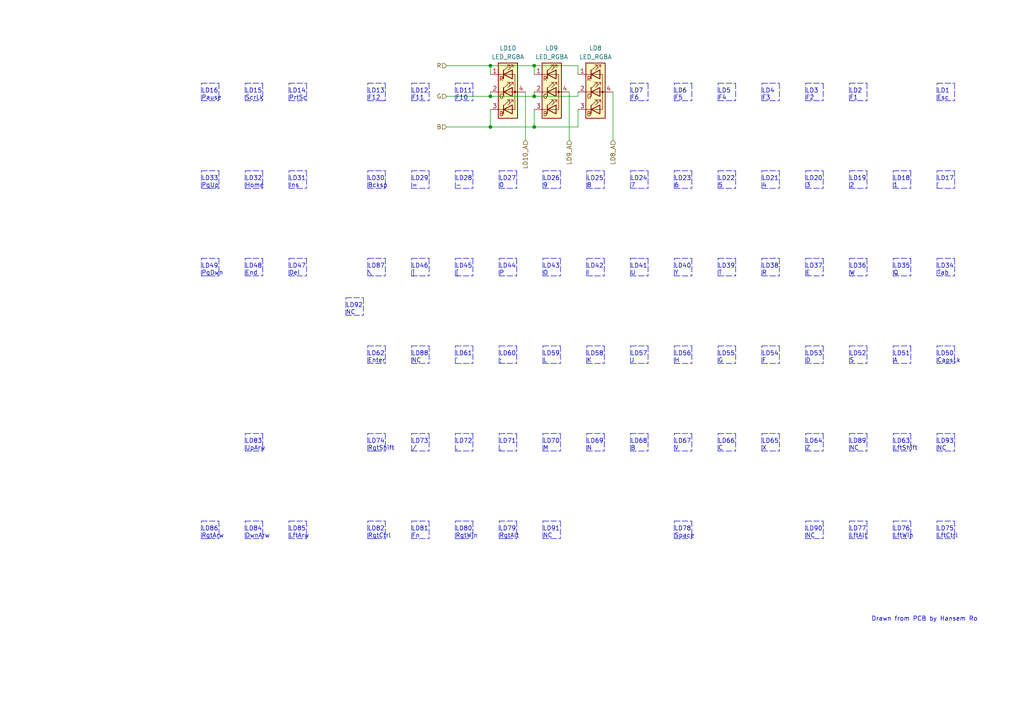
<source format=kicad_sch>
(kicad_sch (version 20211123) (generator eeschema)
  (paper "A4")
  (lib_symbols
    (symbol "Device:LED_RGBA" (pin_names (offset 0) hide)
      (property "Reference" "D" (at 0 9.398 0))
      (property "Value" "LED_RGBA" (at 0 -8.89 0))
      (symbol "LED_RGBA_0_0"
        (text "B" (at -1.905 -6.35 0) (effects (font (size 1.27 1.27))))
        (text "G" (at -1.905 -1.27 0) (effects (font (size 1.27 1.27))))
        (text "R" (at -1.905 3.81 0) (effects (font (size 1.27 1.27))))
      )
      (symbol "LED_RGBA_0_1"
        (polyline (pts (xy -1.27 -5.08) (xy -2.54 -5.08)))
        (polyline (pts (xy -1.27 -5.08) (xy 1.27 -5.08)))
        (polyline (pts (xy -1.27 -3.81) (xy -1.27 -6.35)) (stroke (width 0.254)))
        (polyline (pts (xy -1.27 0) (xy -2.54 0)))
        (polyline (pts (xy -1.27 1.27) (xy -1.27 -1.27)) (stroke (width 0.254)))
        (polyline (pts (xy -1.27 5.08) (xy -2.54 5.08)))
        (polyline (pts (xy -1.27 5.08) (xy 1.27 5.08)))
        (polyline (pts (xy -1.27 6.35) (xy -1.27 3.81)) (stroke (width 0.254)))
        (polyline (pts (xy 1.27 0) (xy -1.27 0)))
        (polyline (pts (xy 1.27 0) (xy 2.54 0)))
        (polyline (pts (xy -1.27 1.27) (xy -1.27 -1.27) (xy -1.27 -1.27)))
        (polyline (pts (xy -1.27 6.35) (xy -1.27 3.81) (xy -1.27 3.81)))
        (polyline (pts (xy 1.27 -5.08) (xy 2.032 -5.08) (xy 2.032 5.08) (xy 1.27 5.08)))
        (polyline (pts (xy 1.27 -3.81) (xy 1.27 -6.35) (xy -1.27 -5.08) (xy 1.27 -3.81)) (stroke (width 0.254)))
        (polyline (pts (xy 1.27 1.27) (xy 1.27 -1.27) (xy -1.27 0) (xy 1.27 1.27)) (stroke (width 0.254)))
        (polyline (pts (xy 1.27 6.35) (xy 1.27 3.81) (xy -1.27 5.08) (xy 1.27 6.35)) (stroke (width 0.254)))
        (polyline (pts (xy -1.016 -3.81) (xy 0.508 -2.286) (xy -0.254 -2.286) (xy 0.508 -2.286) (xy 0.508 -3.048)))
        (polyline (pts (xy -1.016 1.27) (xy 0.508 2.794) (xy -0.254 2.794) (xy 0.508 2.794) (xy 0.508 2.032)))
        (polyline (pts (xy -1.016 6.35) (xy 0.508 7.874) (xy -0.254 7.874) (xy 0.508 7.874) (xy 0.508 7.112)))
        (polyline (pts (xy 0 -3.81) (xy 1.524 -2.286) (xy 0.762 -2.286) (xy 1.524 -2.286) (xy 1.524 -3.048)))
        (polyline (pts (xy 0 1.27) (xy 1.524 2.794) (xy 0.762 2.794) (xy 1.524 2.794) (xy 1.524 2.032)))
        (polyline (pts (xy 0 6.35) (xy 1.524 7.874) (xy 0.762 7.874) (xy 1.524 7.874) (xy 1.524 7.112)))
        (rectangle (start 1.27 -1.27) (end 1.27 1.27))
        (rectangle (start 1.27 1.27) (end 1.27 1.27))
        (rectangle (start 1.27 3.81) (end 1.27 6.35))
        (rectangle (start 1.27 6.35) (end 1.27 6.35))
        (circle (center 2.032 0) (radius 0.254) (fill (type outline)))
        (rectangle (start 2.794 8.382) (end -2.794 -7.62) (stroke (width 0.254)) (fill (type background)))
      )
      (symbol "LED_RGBA_1_1"
        (pin passive line (at -5.08 5.08 0) (length 2.54) (name "RK") (number "1"))
        (pin passive line (at -5.08 0 0) (length 2.54) (name "GK") (number "2"))
        (pin passive line (at -5.08 -5.08 0) (length 2.54) (name "BK") (number "3"))
        (pin passive line (at 5.08 0 180) (length 2.54) (name "A") (number "4"))
      )
    )
  )
  (junction (at 154.94 27.94))
  (junction (at 142.24 19.05))
  (junction (at 154.94 36.83))
  (junction (at 142.24 36.83))
  (junction (at 154.94 19.05))
  (junction (at 142.24 27.94))
  (polyline (pts (xy 187.96 74.93) (xy 187.96 80.01)))
  (polyline (pts (xy 233.68 100.33) (xy 238.76 100.33)))
  (polyline (pts (xy 144.78 80.01) (xy 144.78 74.93)))
  (polyline (pts (xy 233.68 54.61) (xy 238.76 54.61)))
  (polyline (pts (xy 175.26 100.33) (xy 175.26 105.41)))
  (polyline (pts (xy 264.16 125.73) (xy 264.16 130.81)))
  (polyline (pts (xy 271.78 54.61) (xy 271.78 49.53)))
  (polyline (pts (xy 187.96 24.13) (xy 187.96 29.21)))
  (polyline (pts (xy 157.48 105.41) (xy 157.48 100.33)))
  (polyline (pts (xy 83.82 29.21) (xy 88.9 29.21)))
  (polyline (pts (xy 88.9 24.13) (xy 88.9 29.21)))
  (polyline (pts (xy 182.88 80.01) (xy 182.88 74.93)))
  (polyline (pts (xy 200.66 49.53) (xy 200.66 54.61)))
  (polyline (pts (xy 195.58 125.73) (xy 200.66 125.73)))
  (polyline (pts (xy 83.82 156.21) (xy 83.82 151.13)))
  (polyline (pts (xy 170.18 100.33) (xy 175.26 100.33)))
  (polyline (pts (xy 259.08 156.21) (xy 259.08 151.13)))
  (polyline (pts (xy 246.38 80.01) (xy 246.38 74.93)))
  (polyline (pts (xy 170.18 74.93) (xy 175.26 74.93)))
  (polyline (pts (xy 251.46 125.73) (xy 251.46 130.81)))
  (polyline (pts (xy 195.58 80.01) (xy 200.66 80.01)))
  (polyline (pts (xy 213.36 24.13) (xy 213.36 29.21)))
  (wire (pts (xy 165.1 26.67) (xy 165.1 40.64)))
  (polyline (pts (xy 264.16 49.53) (xy 264.16 54.61)))
  (polyline (pts (xy 157.48 105.41) (xy 162.56 105.41)))
  (wire (pts (xy 129.54 36.83) (xy 142.24 36.83)))
  (polyline (pts (xy 157.48 156.21) (xy 162.56 156.21)))
  (wire (pts (xy 154.94 27.94) (xy 154.94 26.67)))
  (polyline (pts (xy 83.82 29.21) (xy 83.82 24.13)))
  (polyline (pts (xy 106.68 24.13) (xy 111.76 24.13)))
  (polyline (pts (xy 195.58 105.41) (xy 200.66 105.41)))
  (polyline (pts (xy 170.18 54.61) (xy 175.26 54.61)))
  (polyline (pts (xy 119.38 130.81) (xy 119.38 125.73)))
  (wire (pts (xy 167.64 19.05) (xy 167.64 21.59)))
  (polyline (pts (xy 271.78 105.41) (xy 271.78 100.33)))
  (polyline (pts (xy 182.88 105.41) (xy 182.88 100.33)))
  (polyline (pts (xy 220.98 74.93) (xy 226.06 74.93)))
  (polyline (pts (xy 170.18 130.81) (xy 170.18 125.73)))
  (polyline (pts (xy 246.38 130.81) (xy 246.38 125.73)))
  (polyline (pts (xy 182.88 125.73) (xy 187.96 125.73)))
  (polyline (pts (xy 195.58 156.21) (xy 200.66 156.21)))
  (polyline (pts (xy 246.38 54.61) (xy 246.38 49.53)))
  (polyline (pts (xy 238.76 49.53) (xy 238.76 54.61)))
  (polyline (pts (xy 144.78 105.41) (xy 149.86 105.41)))
  (polyline (pts (xy 63.5 74.93) (xy 63.5 80.01)))
  (polyline (pts (xy 119.38 100.33) (xy 124.46 100.33)))
  (polyline (pts (xy 144.78 80.01) (xy 149.86 80.01)))
  (polyline (pts (xy 149.86 125.73) (xy 149.86 130.81)))
  (polyline (pts (xy 233.68 80.01) (xy 233.68 74.93)))
  (polyline (pts (xy 106.68 80.01) (xy 106.68 74.93)))
  (polyline (pts (xy 119.38 49.53) (xy 124.46 49.53)))
  (wire (pts (xy 154.94 19.05) (xy 154.94 21.59)))
  (polyline (pts (xy 132.08 130.81) (xy 137.16 130.81)))
  (polyline (pts (xy 208.28 100.33) (xy 213.36 100.33)))
  (polyline (pts (xy 137.16 74.93) (xy 137.16 80.01)))
  (polyline (pts (xy 220.98 105.41) (xy 220.98 100.33)))
  (polyline (pts (xy 71.12 80.01) (xy 71.12 74.93)))
  (polyline (pts (xy 124.46 74.93) (xy 124.46 80.01)))
  (polyline (pts (xy 233.68 156.21) (xy 233.68 151.13)))
  (wire (pts (xy 152.4 26.67) (xy 152.4 40.64)))
  (polyline (pts (xy 233.68 105.41) (xy 238.76 105.41)))
  (polyline (pts (xy 259.08 151.13) (xy 264.16 151.13)))
  (wire (pts (xy 142.24 36.83) (xy 154.94 36.83)))
  (polyline (pts (xy 195.58 29.21) (xy 200.66 29.21)))
  (polyline (pts (xy 157.48 80.01) (xy 157.48 74.93)))
  (polyline (pts (xy 157.48 125.73) (xy 162.56 125.73)))
  (polyline (pts (xy 259.08 80.01) (xy 259.08 74.93)))
  (polyline (pts (xy 124.46 151.13) (xy 124.46 156.21)))
  (wire (pts (xy 154.94 19.05) (xy 167.64 19.05)))
  (polyline (pts (xy 71.12 156.21) (xy 76.2 156.21)))
  (polyline (pts (xy 144.78 49.53) (xy 149.86 49.53)))
  (polyline (pts (xy 83.82 80.01) (xy 83.82 74.93)))
  (polyline (pts (xy 58.42 24.13) (xy 63.5 24.13)))
  (polyline (pts (xy 144.78 105.41) (xy 144.78 100.33)))
  (polyline (pts (xy 137.16 125.73) (xy 137.16 130.81)))
  (polyline (pts (xy 119.38 125.73) (xy 124.46 125.73)))
  (polyline (pts (xy 132.08 74.93) (xy 137.16 74.93)))
  (polyline (pts (xy 170.18 80.01) (xy 175.26 80.01)))
  (polyline (pts (xy 119.38 151.13) (xy 124.46 151.13)))
  (polyline (pts (xy 71.12 24.13) (xy 76.2 24.13)))
  (polyline (pts (xy 238.76 74.93) (xy 238.76 80.01)))
  (wire (pts (xy 129.54 27.94) (xy 142.24 27.94)))
  (polyline (pts (xy 162.56 151.13) (xy 162.56 156.21)))
  (polyline (pts (xy 195.58 130.81) (xy 200.66 130.81)))
  (polyline (pts (xy 111.76 24.13) (xy 111.76 29.21)))
  (wire (pts (xy 142.24 19.05) (xy 154.94 19.05)))
  (polyline (pts (xy 119.38 29.21) (xy 124.46 29.21)))
  (polyline (pts (xy 170.18 54.61) (xy 170.18 49.53)))
  (polyline (pts (xy 63.5 49.53) (xy 63.5 54.61)))
  (polyline (pts (xy 71.12 74.93) (xy 76.2 74.93)))
  (polyline (pts (xy 157.48 54.61) (xy 157.48 49.53)))
  (polyline (pts (xy 195.58 49.53) (xy 200.66 49.53)))
  (polyline (pts (xy 220.98 105.41) (xy 226.06 105.41)))
  (polyline (pts (xy 259.08 49.53) (xy 264.16 49.53)))
  (polyline (pts (xy 170.18 105.41) (xy 175.26 105.41)))
  (polyline (pts (xy 71.12 80.01) (xy 76.2 80.01)))
  (polyline (pts (xy 71.12 54.61) (xy 76.2 54.61)))
  (polyline (pts (xy 208.28 54.61) (xy 213.36 54.61)))
  (polyline (pts (xy 208.28 49.53) (xy 213.36 49.53)))
  (polyline (pts (xy 271.78 125.73) (xy 276.86 125.73)))
  (polyline (pts (xy 111.76 151.13) (xy 111.76 156.21)))
  (polyline (pts (xy 132.08 151.13) (xy 137.16 151.13)))
  (polyline (pts (xy 182.88 29.21) (xy 182.88 24.13)))
  (polyline (pts (xy 200.66 151.13) (xy 200.66 156.21)))
  (polyline (pts (xy 157.48 74.93) (xy 162.56 74.93)))
  (polyline (pts (xy 132.08 80.01) (xy 132.08 74.93)))
  (polyline (pts (xy 83.82 24.13) (xy 88.9 24.13)))
  (polyline (pts (xy 233.68 80.01) (xy 238.76 80.01)))
  (polyline (pts (xy 195.58 29.21) (xy 195.58 24.13)))
  (polyline (pts (xy 162.56 125.73) (xy 162.56 130.81)))
  (polyline (pts (xy 246.38 54.61) (xy 251.46 54.61)))
  (polyline (pts (xy 246.38 100.33) (xy 251.46 100.33)))
  (polyline (pts (xy 144.78 54.61) (xy 149.86 54.61)))
  (polyline (pts (xy 182.88 80.01) (xy 187.96 80.01)))
  (polyline (pts (xy 132.08 29.21) (xy 137.16 29.21)))
  (polyline (pts (xy 220.98 24.13) (xy 226.06 24.13)))
  (polyline (pts (xy 106.68 130.81) (xy 106.68 125.73)))
  (polyline (pts (xy 119.38 156.21) (xy 119.38 151.13)))
  (polyline (pts (xy 271.78 105.41) (xy 276.86 105.41)))
  (polyline (pts (xy 246.38 49.53) (xy 251.46 49.53)))
  (polyline (pts (xy 226.06 100.33) (xy 226.06 105.41)))
  (polyline (pts (xy 259.08 54.61) (xy 264.16 54.61)))
  (polyline (pts (xy 271.78 29.21) (xy 271.78 24.13)))
  (wire (pts (xy 167.64 27.94) (xy 167.64 26.67)))
  (polyline (pts (xy 238.76 24.13) (xy 238.76 29.21)))
  (polyline (pts (xy 83.82 49.53) (xy 88.9 49.53)))
  (polyline (pts (xy 63.5 24.13) (xy 63.5 29.21)))
  (polyline (pts (xy 149.86 100.33) (xy 149.86 105.41)))
  (polyline (pts (xy 246.38 156.21) (xy 246.38 151.13)))
  (polyline (pts (xy 132.08 29.21) (xy 132.08 24.13)))
  (polyline (pts (xy 251.46 151.13) (xy 251.46 156.21)))
  (polyline (pts (xy 220.98 80.01) (xy 226.06 80.01)))
  (polyline (pts (xy 71.12 29.21) (xy 71.12 24.13)))
  (polyline (pts (xy 58.42 29.21) (xy 63.5 29.21)))
  (polyline (pts (xy 144.78 125.73) (xy 149.86 125.73)))
  (polyline (pts (xy 132.08 54.61) (xy 137.16 54.61)))
  (polyline (pts (xy 182.88 54.61) (xy 182.88 49.53)))
  (polyline (pts (xy 170.18 125.73) (xy 175.26 125.73)))
  (polyline (pts (xy 76.2 24.13) (xy 76.2 29.21)))
  (polyline (pts (xy 175.26 125.73) (xy 175.26 130.81)))
  (polyline (pts (xy 259.08 125.73) (xy 264.16 125.73)))
  (polyline (pts (xy 106.68 105.41) (xy 111.76 105.41)))
  (polyline (pts (xy 162.56 49.53) (xy 162.56 54.61)))
  (polyline (pts (xy 220.98 29.21) (xy 220.98 24.13)))
  (polyline (pts (xy 106.68 156.21) (xy 111.76 156.21)))
  (polyline (pts (xy 106.68 80.01) (xy 111.76 80.01)))
  (wire (pts (xy 142.24 26.67) (xy 142.24 27.94)))
  (polyline (pts (xy 233.68 105.41) (xy 233.68 100.33)))
  (polyline (pts (xy 157.48 80.01) (xy 162.56 80.01)))
  (polyline (pts (xy 233.68 29.21) (xy 233.68 24.13)))
  (polyline (pts (xy 195.58 24.13) (xy 200.66 24.13)))
  (polyline (pts (xy 58.42 29.21) (xy 58.42 24.13)))
  (polyline (pts (xy 144.78 151.13) (xy 149.86 151.13)))
  (polyline (pts (xy 200.66 74.93) (xy 200.66 80.01)))
  (polyline (pts (xy 246.38 29.21) (xy 246.38 24.13)))
  (polyline (pts (xy 208.28 24.13) (xy 213.36 24.13)))
  (polyline (pts (xy 58.42 54.61) (xy 58.42 49.53)))
  (polyline (pts (xy 144.78 156.21) (xy 144.78 151.13)))
  (wire (pts (xy 177.8 26.67) (xy 177.8 40.64)))
  (polyline (pts (xy 195.58 74.93) (xy 200.66 74.93)))
  (polyline (pts (xy 195.58 54.61) (xy 200.66 54.61)))
  (polyline (pts (xy 170.18 49.53) (xy 175.26 49.53)))
  (polyline (pts (xy 149.86 151.13) (xy 149.86 156.21)))
  (polyline (pts (xy 124.46 125.73) (xy 124.46 130.81)))
  (polyline (pts (xy 271.78 100.33) (xy 276.86 100.33)))
  (wire (pts (xy 129.54 19.05) (xy 142.24 19.05)))
  (polyline (pts (xy 200.66 125.73) (xy 200.66 130.81)))
  (polyline (pts (xy 271.78 49.53) (xy 276.86 49.53)))
  (polyline (pts (xy 175.26 74.93) (xy 175.26 80.01)))
  (polyline (pts (xy 276.86 24.13) (xy 276.86 29.21)))
  (polyline (pts (xy 276.86 49.53) (xy 276.86 54.61)))
  (polyline (pts (xy 220.98 29.21) (xy 226.06 29.21)))
  (polyline (pts (xy 157.48 151.13) (xy 162.56 151.13)))
  (polyline (pts (xy 208.28 125.73) (xy 213.36 125.73)))
  (polyline (pts (xy 132.08 24.13) (xy 137.16 24.13)))
  (polyline (pts (xy 226.06 125.73) (xy 226.06 130.81)))
  (polyline (pts (xy 264.16 100.33) (xy 264.16 105.41)))
  (polyline (pts (xy 157.48 54.61) (xy 162.56 54.61)))
  (polyline (pts (xy 58.42 80.01) (xy 58.42 74.93)))
  (polyline (pts (xy 132.08 80.01) (xy 137.16 80.01)))
  (polyline (pts (xy 195.58 130.81) (xy 195.58 125.73)))
  (polyline (pts (xy 246.38 24.13) (xy 251.46 24.13)))
  (polyline (pts (xy 200.66 100.33) (xy 200.66 105.41)))
  (polyline (pts (xy 157.48 100.33) (xy 162.56 100.33)))
  (polyline (pts (xy 149.86 74.93) (xy 149.86 80.01)))
  (polyline (pts (xy 195.58 80.01) (xy 195.58 74.93)))
  (polyline (pts (xy 88.9 151.13) (xy 88.9 156.21)))
  (polyline (pts (xy 71.12 49.53) (xy 76.2 49.53)))
  (polyline (pts (xy 271.78 80.01) (xy 276.86 80.01)))
  (polyline (pts (xy 276.86 151.13) (xy 276.86 156.21)))
  (polyline (pts (xy 83.82 156.21) (xy 88.9 156.21)))
  (wire (pts (xy 154.94 36.83) (xy 154.94 31.75)))
  (wire (pts (xy 154.94 27.94) (xy 167.64 27.94)))
  (polyline (pts (xy 144.78 130.81) (xy 144.78 125.73)))
  (polyline (pts (xy 251.46 49.53) (xy 251.46 54.61)))
  (polyline (pts (xy 144.78 130.81) (xy 149.86 130.81)))
  (polyline (pts (xy 71.12 130.81) (xy 76.2 130.81)))
  (polyline (pts (xy 106.68 100.33) (xy 111.76 100.33)))
  (polyline (pts (xy 83.82 80.01) (xy 88.9 80.01)))
  (polyline (pts (xy 119.38 74.93) (xy 124.46 74.93)))
  (wire (pts (xy 142.24 31.75) (xy 142.24 36.83)))
  (polyline (pts (xy 208.28 54.61) (xy 208.28 49.53)))
  (polyline (pts (xy 111.76 29.21) (xy 110.49 29.21)))
  (polyline (pts (xy 276.86 125.73) (xy 276.86 130.81)))
  (polyline (pts (xy 213.36 49.53) (xy 213.36 54.61)))
  (polyline (pts (xy 226.06 74.93) (xy 226.06 80.01)))
  (polyline (pts (xy 119.38 54.61) (xy 124.46 54.61)))
  (wire (pts (xy 167.64 36.83) (xy 167.64 31.75)))
  (polyline (pts (xy 106.68 54.61) (xy 111.76 54.61)))
  (polyline (pts (xy 182.88 49.53) (xy 187.96 49.53)))
  (polyline (pts (xy 76.2 125.73) (xy 76.2 130.81)))
  (polyline (pts (xy 106.68 151.13) (xy 111.76 151.13)))
  (polyline (pts (xy 132.08 130.81) (xy 132.08 125.73)))
  (polyline (pts (xy 264.16 151.13) (xy 264.16 156.21)))
  (polyline (pts (xy 208.28 105.41) (xy 213.36 105.41)))
  (polyline (pts (xy 119.38 80.01) (xy 119.38 74.93)))
  (polyline (pts (xy 259.08 80.01) (xy 264.16 80.01)))
  (polyline (pts (xy 233.68 49.53) (xy 238.76 49.53)))
  (polyline (pts (xy 119.38 80.01) (xy 124.46 80.01)))
  (polyline (pts (xy 119.38 156.21) (xy 124.46 156.21)))
  (polyline (pts (xy 119.38 105.41) (xy 124.46 105.41)))
  (polyline (pts (xy 246.38 105.41) (xy 246.38 100.33)))
  (polyline (pts (xy 106.68 156.21) (xy 106.68 151.13)))
  (polyline (pts (xy 58.42 74.93) (xy 63.5 74.93)))
  (polyline (pts (xy 100.33 91.44) (xy 100.33 86.36)))
  (polyline (pts (xy 246.38 80.01) (xy 251.46 80.01)))
  (polyline (pts (xy 71.12 130.81) (xy 71.12 125.73)))
  (polyline (pts (xy 83.82 54.61) (xy 83.82 49.53)))
  (polyline (pts (xy 220.98 125.73) (xy 226.06 125.73)))
  (polyline (pts (xy 208.28 130.81) (xy 213.36 130.81)))
  (polyline (pts (xy 246.38 105.41) (xy 251.46 105.41)))
  (wire (pts (xy 142.24 27.94) (xy 154.94 27.94)))
  (polyline (pts (xy 111.76 49.53) (xy 111.76 54.61)))
  (polyline (pts (xy 271.78 24.13) (xy 276.86 24.13)))
  (polyline (pts (xy 144.78 156.21) (xy 149.86 156.21)))
  (polyline (pts (xy 175.26 49.53) (xy 175.26 54.61)))
  (polyline (pts (xy 233.68 54.61) (xy 233.68 49.53)))
  (polyline (pts (xy 100.33 86.36) (xy 105.41 86.36)))
  (polyline (pts (xy 76.2 151.13) (xy 76.2 156.21)))
  (polyline (pts (xy 132.08 156.21) (xy 132.08 151.13)))
  (polyline (pts (xy 132.08 100.33) (xy 137.16 100.33)))
  (polyline (pts (xy 182.88 130.81) (xy 187.96 130.81)))
  (polyline (pts (xy 182.88 29.21) (xy 187.96 29.21)))
  (polyline (pts (xy 259.08 100.33) (xy 264.16 100.33)))
  (polyline (pts (xy 132.08 105.41) (xy 137.16 105.41)))
  (polyline (pts (xy 220.98 54.61) (xy 220.98 49.53)))
  (polyline (pts (xy 195.58 54.61) (xy 195.58 49.53)))
  (polyline (pts (xy 276.86 100.33) (xy 276.86 105.41)))
  (wire (pts (xy 142.24 21.59) (xy 142.24 19.05)))
  (polyline (pts (xy 246.38 29.21) (xy 251.46 29.21)))
  (polyline (pts (xy 71.12 156.21) (xy 71.12 151.13)))
  (polyline (pts (xy 106.68 130.81) (xy 111.76 130.81)))
  (polyline (pts (xy 220.98 54.61) (xy 226.06 54.61)))
  (polyline (pts (xy 157.48 49.53) (xy 162.56 49.53)))
  (polyline (pts (xy 71.12 151.13) (xy 76.2 151.13)))
  (polyline (pts (xy 149.86 49.53) (xy 149.86 54.61)))
  (polyline (pts (xy 58.42 54.61) (xy 63.5 54.61)))
  (polyline (pts (xy 195.58 151.13) (xy 200.66 151.13)))
  (polyline (pts (xy 187.96 125.73) (xy 187.96 130.81)))
  (polyline (pts (xy 132.08 156.21) (xy 137.16 156.21)))
  (polyline (pts (xy 220.98 100.33) (xy 226.06 100.33)))
  (polyline (pts (xy 259.08 130.81) (xy 264.16 130.81)))
  (polyline (pts (xy 208.28 80.01) (xy 213.36 80.01)))
  (polyline (pts (xy 208.28 74.93) (xy 213.36 74.93)))
  (polyline (pts (xy 144.78 74.93) (xy 149.86 74.93)))
  (polyline (pts (xy 220.98 130.81) (xy 220.98 125.73)))
  (polyline (pts (xy 83.82 151.13) (xy 88.9 151.13)))
  (polyline (pts (xy 195.58 105.41) (xy 195.58 100.33)))
  (polyline (pts (xy 124.46 24.13) (xy 124.46 29.21)))
  (polyline (pts (xy 271.78 151.13) (xy 276.86 151.13)))
  (polyline (pts (xy 132.08 54.61) (xy 132.08 49.53)))
  (polyline (pts (xy 58.42 80.01) (xy 63.5 80.01)))
  (polyline (pts (xy 137.16 100.33) (xy 137.16 105.41)))
  (polyline (pts (xy 105.41 86.36) (xy 105.41 91.44)))
  (wire (pts (xy 154.94 36.83) (xy 167.64 36.83)))
  (polyline (pts (xy 137.16 49.53) (xy 137.16 54.61)))
  (polyline (pts (xy 144.78 100.33) (xy 149.86 100.33)))
  (polyline (pts (xy 213.36 74.93) (xy 213.36 80.01)))
  (polyline (pts (xy 259.08 105.41) (xy 259.08 100.33)))
  (polyline (pts (xy 182.88 74.93) (xy 187.96 74.93)))
  (polyline (pts (xy 259.08 74.93) (xy 264.16 74.93)))
  (polyline (pts (xy 132.08 125.73) (xy 137.16 125.73)))
  (polyline (pts (xy 119.38 24.13) (xy 124.46 24.13)))
  (polyline (pts (xy 246.38 125.73) (xy 251.46 125.73)))
  (polyline (pts (xy 58.42 151.13) (xy 63.5 151.13)))
  (polyline (pts (xy 106.68 49.53) (xy 111.76 49.53)))
  (polyline (pts (xy 162.56 74.93) (xy 162.56 80.01)))
  (polyline (pts (xy 251.46 74.93) (xy 251.46 80.01)))
  (polyline (pts (xy 233.68 130.81) (xy 233.68 125.73)))
  (polyline (pts (xy 58.42 156.21) (xy 58.42 151.13)))
  (polyline (pts (xy 144.78 54.61) (xy 144.78 49.53)))
  (polyline (pts (xy 259.08 105.41) (xy 264.16 105.41)))
  (polyline (pts (xy 76.2 74.93) (xy 76.2 80.01)))
  (polyline (pts (xy 88.9 74.93) (xy 88.9 80.01)))
  (polyline (pts (xy 182.88 54.61) (xy 187.96 54.61)))
  (polyline (pts (xy 170.18 105.41) (xy 170.18 100.33)))
  (polyline (pts (xy 246.38 156.21) (xy 251.46 156.21)))
  (polyline (pts (xy 182.88 130.81) (xy 182.88 125.73)))
  (polyline (pts (xy 119.38 105.41) (xy 119.38 100.33)))
  (polyline (pts (xy 119.38 130.81) (xy 124.46 130.81)))
  (polyline (pts (xy 195.58 100.33) (xy 200.66 100.33)))
  (polyline (pts (xy 137.16 151.13) (xy 137.16 156.21)))
  (polyline (pts (xy 220.98 49.53) (xy 226.06 49.53)))
  (polyline (pts (xy 208.28 130.81) (xy 208.28 125.73)))
  (polyline (pts (xy 157.48 130.81) (xy 162.56 130.81)))
  (polyline (pts (xy 106.68 74.93) (xy 111.76 74.93)))
  (polyline (pts (xy 271.78 54.61) (xy 276.86 54.61)))
  (polyline (pts (xy 170.18 130.81) (xy 175.26 130.81)))
  (polyline (pts (xy 251.46 24.13) (xy 251.46 29.21)))
  (polyline (pts (xy 233.68 156.21) (xy 238.76 156.21)))
  (polyline (pts (xy 76.2 49.53) (xy 76.2 54.61)))
  (polyline (pts (xy 233.68 130.81) (xy 238.76 130.81)))
  (polyline (pts (xy 271.78 156.21) (xy 271.78 151.13)))
  (polyline (pts (xy 119.38 54.61) (xy 119.38 49.53)))
  (polyline (pts (xy 182.88 100.33) (xy 187.96 100.33)))
  (polyline (pts (xy 271.78 156.21) (xy 276.86 156.21)))
  (polyline (pts (xy 208.28 29.21) (xy 213.36 29.21)))
  (polyline (pts (xy 213.36 100.33) (xy 213.36 105.41)))
  (polyline (pts (xy 111.76 100.33) (xy 111.76 105.41)))
  (polyline (pts (xy 220.98 130.81) (xy 226.06 130.81)))
  (polyline (pts (xy 195.58 156.21) (xy 195.58 151.13)))
  (polyline (pts (xy 246.38 130.81) (xy 251.46 130.81)))
  (polyline (pts (xy 271.78 74.93) (xy 276.86 74.93)))
  (polyline (pts (xy 124.46 100.33) (xy 124.46 105.41)))
  (polyline (pts (xy 83.82 54.61) (xy 88.9 54.61)))
  (polyline (pts (xy 106.68 29.21) (xy 111.76 29.21)))
  (polyline (pts (xy 200.66 24.13) (xy 200.66 29.21)))
  (polyline (pts (xy 233.68 151.13) (xy 238.76 151.13)))
  (polyline (pts (xy 233.68 74.93) (xy 238.76 74.93)))
  (polyline (pts (xy 187.96 100.33) (xy 187.96 105.41)))
  (polyline (pts (xy 271.78 130.81) (xy 271.78 125.73)))
  (polyline (pts (xy 88.9 49.53) (xy 88.9 54.61)))
  (polyline (pts (xy 71.12 125.73) (xy 76.2 125.73)))
  (polyline (pts (xy 100.33 91.44) (xy 105.41 91.44)))
  (polyline (pts (xy 71.12 54.61) (xy 71.12 49.53)))
  (polyline (pts (xy 233.68 24.13) (xy 238.76 24.13)))
  (polyline (pts (xy 271.78 29.21) (xy 276.86 29.21)))
  (polyline (pts (xy 259.08 54.61) (xy 259.08 49.53)))
  (polyline (pts (xy 71.12 29.21) (xy 76.2 29.21)))
  (polyline (pts (xy 106.68 29.21) (xy 106.68 24.13)))
  (polyline (pts (xy 187.96 49.53) (xy 187.96 54.61)))
  (polyline (pts (xy 233.68 125.73) (xy 238.76 125.73)))
  (polyline (pts (xy 137.16 24.13) (xy 137.16 29.21)))
  (polyline (pts (xy 111.76 74.93) (xy 111.76 80.01)))
  (polyline (pts (xy 259.08 130.81) (xy 259.08 125.73)))
  (polyline (pts (xy 106.68 105.41) (xy 106.68 100.33)))
  (polyline (pts (xy 251.46 100.33) (xy 251.46 105.41)))
  (polyline (pts (xy 106.68 54.61) (xy 106.68 49.53)))
  (polyline (pts (xy 132.08 105.41) (xy 132.08 100.33)))
  (polyline (pts (xy 238.76 151.13) (xy 238.76 156.21)))
  (polyline (pts (xy 238.76 100.33) (xy 238.76 105.41)))
  (polyline (pts (xy 63.5 151.13) (xy 63.5 156.21)))
  (polyline (pts (xy 208.28 105.41) (xy 208.28 100.33)))
  (polyline (pts (xy 226.06 49.53) (xy 226.06 54.61)))
  (polyline (pts (xy 111.76 125.73) (xy 111.76 130.81)))
  (polyline (pts (xy 271.78 80.01) (xy 271.78 74.93)))
  (polyline (pts (xy 220.98 80.01) (xy 220.98 74.93)))
  (polyline (pts (xy 271.78 130.81) (xy 276.86 130.81)))
  (polyline (pts (xy 276.86 74.93) (xy 276.86 80.01)))
  (polyline (pts (xy 58.42 49.53) (xy 63.5 49.53)))
  (polyline (pts (xy 213.36 125.73) (xy 213.36 130.81)))
  (polyline (pts (xy 226.06 24.13) (xy 226.06 29.21)))
  (polyline (pts (xy 170.18 80.01) (xy 170.18 74.93)))
  (polyline (pts (xy 264.16 74.93) (xy 264.16 80.01)))
  (polyline (pts (xy 246.38 74.93) (xy 251.46 74.93)))
  (polyline (pts (xy 157.48 156.21) (xy 157.48 151.13)))
  (polyline (pts (xy 238.76 125.73) (xy 238.76 130.81)))
  (polyline (pts (xy 132.08 49.53) (xy 137.16 49.53)))
  (polyline (pts (xy 233.68 29.21) (xy 238.76 29.21)))
  (polyline (pts (xy 182.88 105.41) (xy 187.96 105.41)))
  (polyline (pts (xy 208.28 29.21) (xy 208.28 24.13)))
  (polyline (pts (xy 83.82 74.93) (xy 88.9 74.93)))
  (polyline (pts (xy 124.46 49.53) (xy 124.46 54.61)))
  (polyline (pts (xy 157.48 130.81) (xy 157.48 125.73)))
  (polyline (pts (xy 208.28 80.01) (xy 208.28 74.93)))
  (polyline (pts (xy 119.38 29.21) (xy 119.38 24.13)))
  (polyline (pts (xy 106.68 125.73) (xy 111.76 125.73)))
  (polyline (pts (xy 162.56 100.33) (xy 162.56 105.41)))
  (polyline (pts (xy 58.42 156.21) (xy 63.5 156.21)))
  (polyline (pts (xy 246.38 151.13) (xy 251.46 151.13)))
  (polyline (pts (xy 259.08 156.21) (xy 264.16 156.21)))
  (polyline (pts (xy 182.88 24.13) (xy 187.96 24.13)))
  (text "LD3\nF2" (at 233.68 29.21 0) (effects (font (size 1.27 1.27)) (justify left bottom)))
  (text "LD37\nE" (at 233.68 80.01 0) (effects (font (size 1.27 1.27)) (justify left bottom)))
  (text "LD67\nV" (at 195.58 130.81 0) (effects (font (size 1.27 1.27)) (justify left bottom)))
  (text "LD13\nF12" (at 106.68 29.21 0) (effects (font (size 1.27 1.27)) (justify left bottom)))
  (text "LD62\nEnter" (at 106.68 105.41 0) (effects (font (size 1.27 1.27)) (justify left bottom)))
  (text "LD15\nScrLk" (at 71.12 29.21 0) (effects (font (size 1.27 1.27)) (justify left bottom)))
  (text "LD84\nDwnArw" (at 71.12 156.21 0) (effects (font (size 1.27 1.27)) (justify left bottom)))
  (text "LD45\n[" (at 132.08 80.01 0) (effects (font (size 1.27 1.27)) (justify left bottom)))
  (text "LD54\nF" (at 220.98 105.41 0) (effects (font (size 1.27 1.27)) (justify left bottom)))
  (text "LD92\nNC" (at 100.33 91.44 0) (effects (font (size 1.27 1.27)) (justify left bottom)))
  (text "LD81\nFn" (at 119.38 156.21 0) (effects (font (size 1.27 1.27)) (justify left bottom)))
  (text "LD2\nF1" (at 246.38 29.21 0) (effects (font (size 1.27 1.27)) (justify left bottom)))
  (text "LD79\nRgtAlt" (at 144.78 156.21 0) (effects (font (size 1.27 1.27)) (justify left bottom)))
  (text "LD78\nSpace" (at 195.58 156.21 0) (effects (font (size 1.27 1.27)) (justify left bottom)))
  (text "LD91\nNC" (at 157.48 156.21 0) (effects (font (size 1.27 1.27)) (justify left bottom)))
  (text "LD71\n," (at 144.78 130.81 0) (effects (font (size 1.27 1.27)) (justify left bottom)))
  (text "LD27\n0" (at 144.78 54.61 0) (effects (font (size 1.27 1.27)) (justify left bottom)))
  (text "LD89\nNC" (at 246.38 130.81 0) (effects (font (size 1.27 1.27)) (justify left bottom)))
  (text "LD17\n`" (at 271.78 54.61 0) (effects (font (size 1.27 1.27)) (justify left bottom)))
  (text "LD87\n\\" (at 106.68 80.01 0) (effects (font (size 1.27 1.27)) (justify left bottom)))
  (text "LD30\nBcksp" (at 106.68 54.61 0) (effects (font (size 1.27 1.27)) (justify left bottom)))
  (text "LD19\n2" (at 246.38 54.61 0) (effects (font (size 1.27 1.27)) (justify left bottom)))
  (text "LD1\nEsc" (at 271.78 29.21 0) (effects (font (size 1.27 1.27)) (justify left bottom)))
  (text "LD16\nPause" (at 58.42 29.21 0) (effects (font (size 1.27 1.27)) (justify left bottom)))
  (text "LD61\n'" (at 132.08 105.41 0) (effects (font (size 1.27 1.27)) (justify left bottom)))
  (text "LD38\nR" (at 220.98 80.01 0) (effects (font (size 1.27 1.27)) (justify left bottom)))
  (text "LD49\nPgDwn" (at 58.42 80.01 0) (effects (font (size 1.27 1.27)) (justify left bottom)))
  (text "LD5\nF4" (at 208.28 29.21 0) (effects (font (size 1.27 1.27)) (justify left bottom)))
  (text "LD35\nQ" (at 259.08 80.01 0) (effects (font (size 1.27 1.27)) (justify left bottom)))
  (text "LD24\n7" (at 182.88 54.61 0) (effects (font (size 1.27 1.27)) (justify left bottom)))
  (text "LD59\nL" (at 157.48 105.41 0) (effects (font (size 1.27 1.27)) (justify left bottom)))
  (text "LD77\nLftAlt" (at 246.38 156.21 0) (effects (font (size 1.27 1.27)) (justify left bottom)))
  (text "LD31\nIns" (at 83.82 54.61 0) (effects (font (size 1.27 1.27)) (justify left bottom)))
  (text "LD25\n8" (at 170.18 54.61 0) (effects (font (size 1.27 1.27)) (justify left bottom)))
  (text "LD76\nLftWin" (at 259.08 156.21 0) (effects (font (size 1.27 1.27)) (justify left bottom)))
  (text "LD73\n/" (at 119.38 130.81 0) (effects (font (size 1.27 1.27)) (justify left bottom)))
  (text "LD44\nP" (at 144.78 80.01 0) (effects (font (size 1.27 1.27)) (justify left bottom)))
  (text "LD63\nLftShift" (at 259.08 130.81 0) (effects (font (size 1.27 1.27)) (justify left bottom)))
  (text "LD50\nCapsLk" (at 271.78 105.41 0) (effects (font (size 1.27 1.27)) (justify left bottom)))
  (text "LD32\nHome" (at 71.12 54.61 0) (effects (font (size 1.27 1.27)) (justify left bottom)))
  (text "LD58\nK" (at 170.18 105.41 0) (effects (font (size 1.27 1.27)) (justify left bottom)))
  (text "LD86\nRgtArw" (at 58.42 156.21 0) (effects (font (size 1.27 1.27)) (justify left bottom)))
  (text "LD12\nF11" (at 119.38 29.21 0) (effects (font (size 1.27 1.27)) (justify left bottom)))
  (text "LD21\n4" (at 220.98 54.61 0) (effects (font (size 1.27 1.27)) (justify left bottom)))
  (text "LD83\nUpArw" (at 71.12 130.81 0) (effects (font (size 1.27 1.27)) (justify left bottom)))
  (text "LD88\nNC" (at 119.38 105.41 0) (effects (font (size 1.27 1.27)) (justify left bottom)))
  (text "LD11\nF10" (at 132.08 29.21 0) (effects (font (size 1.27 1.27)) (justify left bottom)))
  (text "LD65\nX" (at 220.98 130.81 0) (effects (font (size 1.27 1.27)) (justify left bottom)))
  (text "LD39\nT" (at 208.28 80.01 0) (effects (font (size 1.27 1.27)) (justify left bottom)))
  (text "LD69\nN" (at 170.18 130.81 0) (effects (font (size 1.27 1.27)) (justify left bottom)))
  (text "LD33\nPgUp" (at 58.42 54.61 0) (effects (font (size 1.27 1.27)) (justify left bottom)))
  (text "LD72\n." (at 132.08 130.81 0) (effects (font (size 1.27 1.27)) (justify left bottom)))
  (text "LD68\nB" (at 182.88 130.81 0) (effects (font (size 1.27 1.27)) (justify left bottom)))
  (text "LD6\nF5" (at 195.58 29.21 0) (effects (font (size 1.27 1.27)) (justify left bottom)))
  (text "LD57\nJ" (at 182.88 105.41 0) (effects (font (size 1.27 1.27)) (justify left bottom)))
  (text "LD46\n]" (at 119.38 80.01 0) (effects (font (size 1.27 1.27)) (justify left bottom)))
  (text "LD80\nRgtWin" (at 132.08 156.21 0) (effects (font (size 1.27 1.27)) (justify left bottom)))
  (text "LD60\n;" (at 144.78 105.41 0) (effects (font (size 1.27 1.27)) (justify left bottom)))
  (text "LD85\nLftArw" (at 83.82 156.21 0) (effects (font (size 1.27 1.27)) (justify left bottom)))
  (text "LD93\nNC" (at 271.78 130.81 0) (effects (font (size 1.27 1.27)) (justify left bottom)))
  (text "LD4\nF3" (at 220.98 29.21 0) (effects (font (size 1.27 1.27)) (justify left bottom)))
  (text "Drawn from PCB by Hansem Ro" (at 252.73 180.34 0) (effects (font (size 1.27 1.27)) (justify left bottom)))
  (text "LD47\nDel" (at 83.82 80.01 0) (effects (font (size 1.27 1.27)) (justify left bottom)))
  (text "LD14\nPrtSc" (at 83.82 29.21 0) (effects (font (size 1.27 1.27)) (justify left bottom)))
  (text "LD23\n6" (at 195.58 54.61 0) (effects (font (size 1.27 1.27)) (justify left bottom)))
  (text "LD29\n=" (at 119.38 54.61 0) (effects (font (size 1.27 1.27)) (justify left bottom)))
  (text "LD20\n3" (at 233.68 54.61 0) (effects (font (size 1.27 1.27)) (justify left bottom)))
  (text "LD56\nH" (at 195.58 105.41 0) (effects (font (size 1.27 1.27)) (justify left bottom)))
  (text "LD40\nY" (at 195.58 80.01 0) (effects (font (size 1.27 1.27)) (justify left bottom)))
  (text "LD53\nD" (at 233.68 105.41 0) (effects (font (size 1.27 1.27)) (justify left bottom)))
  (text "LD75\nLftCtrl" (at 271.78 156.21 0) (effects (font (size 1.27 1.27)) (justify left bottom)))
  (text "LD82\nRgtCtrl" (at 106.68 156.21 0) (effects (font (size 1.27 1.27)) (justify left bottom)))
  (text "LD48\nEnd" (at 71.12 80.01 0) (effects (font (size 1.27 1.27)) (justify left bottom)))
  (text "LD43\nO" (at 157.48 80.01 0) (effects (font (size 1.27 1.27)) (justify left bottom)))
  (text "LD64\nZ" (at 233.68 130.81 0) (effects (font (size 1.27 1.27)) (justify left bottom)))
  (text "LD90\nNC" (at 233.68 156.21 0) (effects (font (size 1.27 1.27)) (justify left bottom)))
  (text "LD74\nRgtShift" (at 106.68 130.81 0) (effects (font (size 1.27 1.27)) (justify left bottom)))
  (text "LD42\nI" (at 170.18 80.01 0) (effects (font (size 1.27 1.27)) (justify left bottom)))
  (text "LD34\nTab" (at 271.78 80.01 0) (effects (font (size 1.27 1.27)) (justify left bottom)))
  (text "LD55\nG" (at 208.28 105.41 0) (effects (font (size 1.27 1.27)) (justify left bottom)))
  (text "LD7\nF6" (at 182.88 29.21 0) (effects (font (size 1.27 1.27)) (justify left bottom)))
  (text "LD36\nW" (at 246.38 80.01 0) (effects (font (size 1.27 1.27)) (justify left bottom)))
  (text "LD41\nU" (at 182.88 80.01 0) (effects (font (size 1.27 1.27)) (justify left bottom)))
  (text "LD51\nA" (at 259.08 105.41 0) (effects (font (size 1.27 1.27)) (justify left bottom)))
  (text "LD66\nC" (at 208.28 130.81 0) (effects (font (size 1.27 1.27)) (justify left bottom)))
  (text "LD18\n1" (at 259.08 54.61 0) (effects (font (size 1.27 1.27)) (justify left bottom)))
  (text "LD52\nS" (at 246.38 105.41 0) (effects (font (size 1.27 1.27)) (justify left bottom)))
  (text "LD26\n9" (at 157.48 54.61 0) (effects (font (size 1.27 1.27)) (justify left bottom)))
  (text "LD70\nM" (at 157.48 130.81 0) (effects (font (size 1.27 1.27)) (justify left bottom)))
  (text "LD22\n5" (at 208.28 54.61 0) (effects (font (size 1.27 1.27)) (justify left bottom)))
  (text "LD28\n-" (at 132.08 54.61 0) (effects (font (size 1.27 1.27)) (justify left bottom)))
  (hierarchical_label "LD8_A" (shape input) (at 177.8 40.64 270))
  (hierarchical_label "LD10_A" (shape input) (at 152.4 40.64 270))
  (hierarchical_label "R" (shape input) (at 129.54 19.05 180))
  (hierarchical_label "LD9_A" (shape input) (at 165.1 40.64 270))
  (hierarchical_label "B" (shape input) (at 129.54 36.83 180))
  (hierarchical_label "G" (shape input) (at 129.54 27.94 180))
  (symbol (lib_id "Device:LED_RGBA") (at 172.72 26.67 0) (unit 1)
    (property "Reference" "LD8" (at 172.72 13.97 0))
    (property "Value" "LED_RGBA" (at 172.72 16.51 0))
  )
  (symbol (lib_id "Device:LED_RGBA") (at 160.02 26.67 0) (unit 1)
    (property "Reference" "LD9" (at 160.02 13.97 0))
    (property "Value" "LED_RGBA" (at 160.02 16.51 0))
  )
  (symbol (lib_id "Device:LED_RGBA") (at 147.32 26.67 0) (unit 1)
    (property "Reference" "LD10" (at 147.32 13.97 0))
    (property "Value" "LED_RGBA" (at 147.32 16.51 0))
  )
)
</source>
